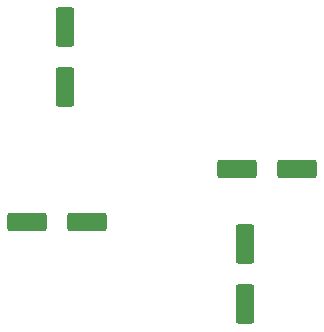
<source format=gbr>
%TF.GenerationSoftware,KiCad,Pcbnew,(6.0.10)*%
%TF.CreationDate,2023-04-08T13:13:14+03:00*%
%TF.ProjectId,DelSol_Voice,44656c53-6f6c-45f5-966f-6963652e6b69,rev?*%
%TF.SameCoordinates,Original*%
%TF.FileFunction,Paste,Top*%
%TF.FilePolarity,Positive*%
%FSLAX46Y46*%
G04 Gerber Fmt 4.6, Leading zero omitted, Abs format (unit mm)*
G04 Created by KiCad (PCBNEW (6.0.10)) date 2023-04-08 13:13:14*
%MOMM*%
%LPD*%
G01*
G04 APERTURE LIST*
G04 Aperture macros list*
%AMRoundRect*
0 Rectangle with rounded corners*
0 $1 Rounding radius*
0 $2 $3 $4 $5 $6 $7 $8 $9 X,Y pos of 4 corners*
0 Add a 4 corners polygon primitive as box body*
4,1,4,$2,$3,$4,$5,$6,$7,$8,$9,$2,$3,0*
0 Add four circle primitives for the rounded corners*
1,1,$1+$1,$2,$3*
1,1,$1+$1,$4,$5*
1,1,$1+$1,$6,$7*
1,1,$1+$1,$8,$9*
0 Add four rect primitives between the rounded corners*
20,1,$1+$1,$2,$3,$4,$5,0*
20,1,$1+$1,$4,$5,$6,$7,0*
20,1,$1+$1,$6,$7,$8,$9,0*
20,1,$1+$1,$8,$9,$2,$3,0*%
G04 Aperture macros list end*
%ADD10RoundRect,0.250000X1.412500X0.550000X-1.412500X0.550000X-1.412500X-0.550000X1.412500X-0.550000X0*%
%ADD11RoundRect,0.250000X-1.412500X-0.550000X1.412500X-0.550000X1.412500X0.550000X-1.412500X0.550000X0*%
%ADD12RoundRect,0.250000X-0.550000X1.412500X-0.550000X-1.412500X0.550000X-1.412500X0.550000X1.412500X0*%
G04 APERTURE END LIST*
D10*
X193037500Y-113665000D03*
X187962500Y-113665000D03*
D11*
X170182500Y-118110000D03*
X175257500Y-118110000D03*
D12*
X173355000Y-101602500D03*
X173355000Y-106677500D03*
X188595000Y-120017500D03*
X188595000Y-125092500D03*
M02*

</source>
